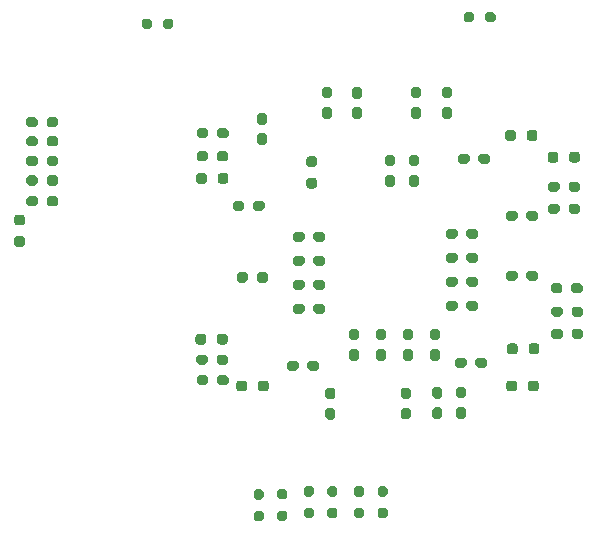
<source format=gbp>
%TF.GenerationSoftware,KiCad,Pcbnew,(5.1.8)-1*%
%TF.CreationDate,2021-04-21T20:08:09+02:00*%
%TF.ProjectId,Radioberry,52616469-6f62-4657-9272-792e6b696361,rev?*%
%TF.SameCoordinates,Original*%
%TF.FileFunction,Paste,Bot*%
%TF.FilePolarity,Positive*%
%FSLAX46Y46*%
G04 Gerber Fmt 4.6, Leading zero omitted, Abs format (unit mm)*
G04 Created by KiCad (PCBNEW (5.1.8)-1) date 2021-04-21 20:08:09*
%MOMM*%
%LPD*%
G01*
G04 APERTURE LIST*
G04 APERTURE END LIST*
%TO.C,FB403*%
G36*
G01*
X103285000Y-96982500D02*
X103735000Y-96982500D01*
G75*
G02*
X103960000Y-97207500I0J-225000D01*
G01*
X103960000Y-97657500D01*
G75*
G02*
X103735000Y-97882500I-225000J0D01*
G01*
X103285000Y-97882500D01*
G75*
G02*
X103060000Y-97657500I0J225000D01*
G01*
X103060000Y-97207500D01*
G75*
G02*
X103285000Y-96982500I225000J0D01*
G01*
G37*
G36*
G01*
X103285000Y-95157500D02*
X103735000Y-95157500D01*
G75*
G02*
X103960000Y-95382500I0J-225000D01*
G01*
X103960000Y-95832500D01*
G75*
G02*
X103735000Y-96057500I-225000J0D01*
G01*
X103285000Y-96057500D01*
G75*
G02*
X103060000Y-95832500I0J225000D01*
G01*
X103060000Y-95382500D01*
G75*
G02*
X103285000Y-95157500I225000J0D01*
G01*
G37*
%TD*%
%TO.C,FB208*%
G36*
G01*
X145537500Y-88225000D02*
X145537500Y-88675000D01*
G75*
G02*
X145312500Y-88900000I-225000J0D01*
G01*
X144862500Y-88900000D01*
G75*
G02*
X144637500Y-88675000I0J225000D01*
G01*
X144637500Y-88225000D01*
G75*
G02*
X144862500Y-88000000I225000J0D01*
G01*
X145312500Y-88000000D01*
G75*
G02*
X145537500Y-88225000I0J-225000D01*
G01*
G37*
G36*
G01*
X147362500Y-88225000D02*
X147362500Y-88675000D01*
G75*
G02*
X147137500Y-88900000I-225000J0D01*
G01*
X146687500Y-88900000D01*
G75*
G02*
X146462500Y-88675000I0J225000D01*
G01*
X146462500Y-88225000D01*
G75*
G02*
X146687500Y-88000000I225000J0D01*
G01*
X147137500Y-88000000D01*
G75*
G02*
X147362500Y-88225000I0J-225000D01*
G01*
G37*
%TD*%
%TO.C,FB207*%
G36*
G01*
X123703300Y-109875000D02*
X123703300Y-109425000D01*
G75*
G02*
X123928300Y-109200000I225000J0D01*
G01*
X124378300Y-109200000D01*
G75*
G02*
X124603300Y-109425000I0J-225000D01*
G01*
X124603300Y-109875000D01*
G75*
G02*
X124378300Y-110100000I-225000J0D01*
G01*
X123928300Y-110100000D01*
G75*
G02*
X123703300Y-109875000I0J225000D01*
G01*
G37*
G36*
G01*
X121878300Y-109875000D02*
X121878300Y-109425000D01*
G75*
G02*
X122103300Y-109200000I225000J0D01*
G01*
X122553300Y-109200000D01*
G75*
G02*
X122778300Y-109425000I0J-225000D01*
G01*
X122778300Y-109875000D01*
G75*
G02*
X122553300Y-110100000I-225000J0D01*
G01*
X122103300Y-110100000D01*
G75*
G02*
X121878300Y-109875000I0J225000D01*
G01*
G37*
%TD*%
%TO.C,FB206*%
G36*
G01*
X145637500Y-109425000D02*
X145637500Y-109875000D01*
G75*
G02*
X145412500Y-110100000I-225000J0D01*
G01*
X144962500Y-110100000D01*
G75*
G02*
X144737500Y-109875000I0J225000D01*
G01*
X144737500Y-109425000D01*
G75*
G02*
X144962500Y-109200000I225000J0D01*
G01*
X145412500Y-109200000D01*
G75*
G02*
X145637500Y-109425000I0J-225000D01*
G01*
G37*
G36*
G01*
X147462500Y-109425000D02*
X147462500Y-109875000D01*
G75*
G02*
X147237500Y-110100000I-225000J0D01*
G01*
X146787500Y-110100000D01*
G75*
G02*
X146562500Y-109875000I0J225000D01*
G01*
X146562500Y-109425000D01*
G75*
G02*
X146787500Y-109200000I225000J0D01*
G01*
X147237500Y-109200000D01*
G75*
G02*
X147462500Y-109425000I0J-225000D01*
G01*
G37*
%TD*%
%TO.C,FB205*%
G36*
G01*
X128015000Y-92042500D02*
X128465000Y-92042500D01*
G75*
G02*
X128690000Y-92267500I0J-225000D01*
G01*
X128690000Y-92717500D01*
G75*
G02*
X128465000Y-92942500I-225000J0D01*
G01*
X128015000Y-92942500D01*
G75*
G02*
X127790000Y-92717500I0J225000D01*
G01*
X127790000Y-92267500D01*
G75*
G02*
X128015000Y-92042500I225000J0D01*
G01*
G37*
G36*
G01*
X128015000Y-90217500D02*
X128465000Y-90217500D01*
G75*
G02*
X128690000Y-90442500I0J-225000D01*
G01*
X128690000Y-90892500D01*
G75*
G02*
X128465000Y-91117500I-225000J0D01*
G01*
X128015000Y-91117500D01*
G75*
G02*
X127790000Y-90892500I0J225000D01*
G01*
X127790000Y-90442500D01*
G75*
G02*
X128015000Y-90217500I225000J0D01*
G01*
G37*
%TD*%
%TO.C,FB204*%
G36*
G01*
X149117500Y-90065000D02*
X149117500Y-90515000D01*
G75*
G02*
X148892500Y-90740000I-225000J0D01*
G01*
X148442500Y-90740000D01*
G75*
G02*
X148217500Y-90515000I0J225000D01*
G01*
X148217500Y-90065000D01*
G75*
G02*
X148442500Y-89840000I225000J0D01*
G01*
X148892500Y-89840000D01*
G75*
G02*
X149117500Y-90065000I0J-225000D01*
G01*
G37*
G36*
G01*
X150942500Y-90065000D02*
X150942500Y-90515000D01*
G75*
G02*
X150717500Y-90740000I-225000J0D01*
G01*
X150267500Y-90740000D01*
G75*
G02*
X150042500Y-90515000I0J225000D01*
G01*
X150042500Y-90065000D01*
G75*
G02*
X150267500Y-89840000I225000J0D01*
G01*
X150717500Y-89840000D01*
G75*
G02*
X150942500Y-90065000I0J-225000D01*
G01*
G37*
%TD*%
%TO.C,FB203*%
G36*
G01*
X120232500Y-105925000D02*
X120232500Y-105475000D01*
G75*
G02*
X120457500Y-105250000I225000J0D01*
G01*
X120907500Y-105250000D01*
G75*
G02*
X121132500Y-105475000I0J-225000D01*
G01*
X121132500Y-105925000D01*
G75*
G02*
X120907500Y-106150000I-225000J0D01*
G01*
X120457500Y-106150000D01*
G75*
G02*
X120232500Y-105925000I0J225000D01*
G01*
G37*
G36*
G01*
X118407500Y-105925000D02*
X118407500Y-105475000D01*
G75*
G02*
X118632500Y-105250000I225000J0D01*
G01*
X119082500Y-105250000D01*
G75*
G02*
X119307500Y-105475000I0J-225000D01*
G01*
X119307500Y-105925000D01*
G75*
G02*
X119082500Y-106150000I-225000J0D01*
G01*
X118632500Y-106150000D01*
G75*
G02*
X118407500Y-105925000I0J225000D01*
G01*
G37*
%TD*%
%TO.C,FB202*%
G36*
G01*
X146612500Y-106735000D02*
X146612500Y-106285000D01*
G75*
G02*
X146837500Y-106060000I225000J0D01*
G01*
X147287500Y-106060000D01*
G75*
G02*
X147512500Y-106285000I0J-225000D01*
G01*
X147512500Y-106735000D01*
G75*
G02*
X147287500Y-106960000I-225000J0D01*
G01*
X146837500Y-106960000D01*
G75*
G02*
X146612500Y-106735000I0J225000D01*
G01*
G37*
G36*
G01*
X144787500Y-106735000D02*
X144787500Y-106285000D01*
G75*
G02*
X145012500Y-106060000I225000J0D01*
G01*
X145462500Y-106060000D01*
G75*
G02*
X145687500Y-106285000I0J-225000D01*
G01*
X145687500Y-106735000D01*
G75*
G02*
X145462500Y-106960000I-225000J0D01*
G01*
X145012500Y-106960000D01*
G75*
G02*
X144787500Y-106735000I0J225000D01*
G01*
G37*
%TD*%
%TO.C,FB201*%
G36*
G01*
X120292500Y-92315000D02*
X120292500Y-91865000D01*
G75*
G02*
X120517500Y-91640000I225000J0D01*
G01*
X120967500Y-91640000D01*
G75*
G02*
X121192500Y-91865000I0J-225000D01*
G01*
X121192500Y-92315000D01*
G75*
G02*
X120967500Y-92540000I-225000J0D01*
G01*
X120517500Y-92540000D01*
G75*
G02*
X120292500Y-92315000I0J225000D01*
G01*
G37*
G36*
G01*
X118467500Y-92315000D02*
X118467500Y-91865000D01*
G75*
G02*
X118692500Y-91640000I225000J0D01*
G01*
X119142500Y-91640000D01*
G75*
G02*
X119367500Y-91865000I0J-225000D01*
G01*
X119367500Y-92315000D01*
G75*
G02*
X119142500Y-92540000I-225000J0D01*
G01*
X118692500Y-92540000D01*
G75*
G02*
X118467500Y-92315000I0J225000D01*
G01*
G37*
%TD*%
%TO.C,C256*%
G36*
G01*
X136870050Y-84327950D02*
X137297550Y-84327950D01*
G75*
G02*
X137511300Y-84541700I0J-213750D01*
G01*
X137511300Y-85081700D01*
G75*
G02*
X137297550Y-85295450I-213750J0D01*
G01*
X136870050Y-85295450D01*
G75*
G02*
X136656300Y-85081700I0J213750D01*
G01*
X136656300Y-84541700D01*
G75*
G02*
X136870050Y-84327950I213750J0D01*
G01*
G37*
G36*
G01*
X136870050Y-86052950D02*
X137297550Y-86052950D01*
G75*
G02*
X137511300Y-86266700I0J-213750D01*
G01*
X137511300Y-86806700D01*
G75*
G02*
X137297550Y-87020450I-213750J0D01*
G01*
X136870050Y-87020450D01*
G75*
G02*
X136656300Y-86806700I0J213750D01*
G01*
X136656300Y-86266700D01*
G75*
G02*
X136870050Y-86052950I213750J0D01*
G01*
G37*
%TD*%
%TO.C,R308*%
G36*
G01*
X130213750Y-120851250D02*
X129786250Y-120851250D01*
G75*
G02*
X129572500Y-120637500I0J213750D01*
G01*
X129572500Y-120187500D01*
G75*
G02*
X129786250Y-119973750I213750J0D01*
G01*
X130213750Y-119973750D01*
G75*
G02*
X130427500Y-120187500I0J-213750D01*
G01*
X130427500Y-120637500D01*
G75*
G02*
X130213750Y-120851250I-213750J0D01*
G01*
G37*
G36*
G01*
X130213750Y-119026250D02*
X129786250Y-119026250D01*
G75*
G02*
X129572500Y-118812500I0J213750D01*
G01*
X129572500Y-118362500D01*
G75*
G02*
X129786250Y-118148750I213750J0D01*
G01*
X130213750Y-118148750D01*
G75*
G02*
X130427500Y-118362500I0J-213750D01*
G01*
X130427500Y-118812500D01*
G75*
G02*
X130213750Y-119026250I-213750J0D01*
G01*
G37*
%TD*%
%TO.C,R307*%
G36*
G01*
X128213750Y-120851250D02*
X127786250Y-120851250D01*
G75*
G02*
X127572500Y-120637500I0J213750D01*
G01*
X127572500Y-120187500D01*
G75*
G02*
X127786250Y-119973750I213750J0D01*
G01*
X128213750Y-119973750D01*
G75*
G02*
X128427500Y-120187500I0J-213750D01*
G01*
X128427500Y-120637500D01*
G75*
G02*
X128213750Y-120851250I-213750J0D01*
G01*
G37*
G36*
G01*
X128213750Y-119026250D02*
X127786250Y-119026250D01*
G75*
G02*
X127572500Y-118812500I0J213750D01*
G01*
X127572500Y-118362500D01*
G75*
G02*
X127786250Y-118148750I213750J0D01*
G01*
X128213750Y-118148750D01*
G75*
G02*
X128427500Y-118362500I0J-213750D01*
G01*
X128427500Y-118812500D01*
G75*
G02*
X128213750Y-119026250I-213750J0D01*
G01*
G37*
%TD*%
%TO.C,R306*%
G36*
G01*
X134463750Y-120851250D02*
X134036250Y-120851250D01*
G75*
G02*
X133822500Y-120637500I0J213750D01*
G01*
X133822500Y-120187500D01*
G75*
G02*
X134036250Y-119973750I213750J0D01*
G01*
X134463750Y-119973750D01*
G75*
G02*
X134677500Y-120187500I0J-213750D01*
G01*
X134677500Y-120637500D01*
G75*
G02*
X134463750Y-120851250I-213750J0D01*
G01*
G37*
G36*
G01*
X134463750Y-119026250D02*
X134036250Y-119026250D01*
G75*
G02*
X133822500Y-118812500I0J213750D01*
G01*
X133822500Y-118362500D01*
G75*
G02*
X134036250Y-118148750I213750J0D01*
G01*
X134463750Y-118148750D01*
G75*
G02*
X134677500Y-118362500I0J-213750D01*
G01*
X134677500Y-118812500D01*
G75*
G02*
X134463750Y-119026250I-213750J0D01*
G01*
G37*
%TD*%
%TO.C,R305*%
G36*
G01*
X132463750Y-120851250D02*
X132036250Y-120851250D01*
G75*
G02*
X131822500Y-120637500I0J213750D01*
G01*
X131822500Y-120187500D01*
G75*
G02*
X132036250Y-119973750I213750J0D01*
G01*
X132463750Y-119973750D01*
G75*
G02*
X132677500Y-120187500I0J-213750D01*
G01*
X132677500Y-120637500D01*
G75*
G02*
X132463750Y-120851250I-213750J0D01*
G01*
G37*
G36*
G01*
X132463750Y-119026250D02*
X132036250Y-119026250D01*
G75*
G02*
X131822500Y-118812500I0J213750D01*
G01*
X131822500Y-118362500D01*
G75*
G02*
X132036250Y-118148750I213750J0D01*
G01*
X132463750Y-118148750D01*
G75*
G02*
X132677500Y-118362500I0J-213750D01*
G01*
X132677500Y-118812500D01*
G75*
G02*
X132463750Y-119026250I-213750J0D01*
G01*
G37*
%TD*%
%TO.C,R304*%
G36*
G01*
X125969150Y-121083670D02*
X125541650Y-121083670D01*
G75*
G02*
X125327900Y-120869920I0J213750D01*
G01*
X125327900Y-120419920D01*
G75*
G02*
X125541650Y-120206170I213750J0D01*
G01*
X125969150Y-120206170D01*
G75*
G02*
X126182900Y-120419920I0J-213750D01*
G01*
X126182900Y-120869920D01*
G75*
G02*
X125969150Y-121083670I-213750J0D01*
G01*
G37*
G36*
G01*
X125969150Y-119258670D02*
X125541650Y-119258670D01*
G75*
G02*
X125327900Y-119044920I0J213750D01*
G01*
X125327900Y-118594920D01*
G75*
G02*
X125541650Y-118381170I213750J0D01*
G01*
X125969150Y-118381170D01*
G75*
G02*
X126182900Y-118594920I0J-213750D01*
G01*
X126182900Y-119044920D01*
G75*
G02*
X125969150Y-119258670I-213750J0D01*
G01*
G37*
%TD*%
%TO.C,R303*%
G36*
G01*
X123967630Y-121112250D02*
X123540130Y-121112250D01*
G75*
G02*
X123326380Y-120898500I0J213750D01*
G01*
X123326380Y-120448500D01*
G75*
G02*
X123540130Y-120234750I213750J0D01*
G01*
X123967630Y-120234750D01*
G75*
G02*
X124181380Y-120448500I0J-213750D01*
G01*
X124181380Y-120898500D01*
G75*
G02*
X123967630Y-121112250I-213750J0D01*
G01*
G37*
G36*
G01*
X123967630Y-119287250D02*
X123540130Y-119287250D01*
G75*
G02*
X123326380Y-119073500I0J213750D01*
G01*
X123326380Y-118623500D01*
G75*
G02*
X123540130Y-118409750I213750J0D01*
G01*
X123967630Y-118409750D01*
G75*
G02*
X124181380Y-118623500I0J-213750D01*
G01*
X124181380Y-119073500D01*
G75*
G02*
X123967630Y-119287250I-213750J0D01*
G01*
G37*
%TD*%
%TO.C,R302*%
G36*
G01*
X143811250Y-78226250D02*
X143811250Y-78653750D01*
G75*
G02*
X143597500Y-78867500I-213750J0D01*
G01*
X143147500Y-78867500D01*
G75*
G02*
X142933750Y-78653750I0J213750D01*
G01*
X142933750Y-78226250D01*
G75*
G02*
X143147500Y-78012500I213750J0D01*
G01*
X143597500Y-78012500D01*
G75*
G02*
X143811250Y-78226250I0J-213750D01*
G01*
G37*
G36*
G01*
X141986250Y-78226250D02*
X141986250Y-78653750D01*
G75*
G02*
X141772500Y-78867500I-213750J0D01*
G01*
X141322500Y-78867500D01*
G75*
G02*
X141108750Y-78653750I0J213750D01*
G01*
X141108750Y-78226250D01*
G75*
G02*
X141322500Y-78012500I213750J0D01*
G01*
X141772500Y-78012500D01*
G75*
G02*
X141986250Y-78226250I0J-213750D01*
G01*
G37*
%TD*%
%TO.C,R301*%
G36*
G01*
X116541250Y-78786250D02*
X116541250Y-79213750D01*
G75*
G02*
X116327500Y-79427500I-213750J0D01*
G01*
X115877500Y-79427500D01*
G75*
G02*
X115663750Y-79213750I0J213750D01*
G01*
X115663750Y-78786250D01*
G75*
G02*
X115877500Y-78572500I213750J0D01*
G01*
X116327500Y-78572500D01*
G75*
G02*
X116541250Y-78786250I0J-213750D01*
G01*
G37*
G36*
G01*
X114716250Y-78786250D02*
X114716250Y-79213750D01*
G75*
G02*
X114502500Y-79427500I-213750J0D01*
G01*
X114052500Y-79427500D01*
G75*
G02*
X113838750Y-79213750I0J213750D01*
G01*
X113838750Y-78786250D01*
G75*
G02*
X114052500Y-78572500I213750J0D01*
G01*
X114502500Y-78572500D01*
G75*
G02*
X114716250Y-78786250I0J-213750D01*
G01*
G37*
%TD*%
%TO.C,C434*%
G36*
G01*
X104083750Y-92473750D02*
X104083750Y-92046250D01*
G75*
G02*
X104297500Y-91832500I213750J0D01*
G01*
X104837500Y-91832500D01*
G75*
G02*
X105051250Y-92046250I0J-213750D01*
G01*
X105051250Y-92473750D01*
G75*
G02*
X104837500Y-92687500I-213750J0D01*
G01*
X104297500Y-92687500D01*
G75*
G02*
X104083750Y-92473750I0J213750D01*
G01*
G37*
G36*
G01*
X105808750Y-92473750D02*
X105808750Y-92046250D01*
G75*
G02*
X106022500Y-91832500I213750J0D01*
G01*
X106562500Y-91832500D01*
G75*
G02*
X106776250Y-92046250I0J-213750D01*
G01*
X106776250Y-92473750D01*
G75*
G02*
X106562500Y-92687500I-213750J0D01*
G01*
X106022500Y-92687500D01*
G75*
G02*
X105808750Y-92473750I0J213750D01*
G01*
G37*
%TD*%
%TO.C,C430*%
G36*
G01*
X104073750Y-87543750D02*
X104073750Y-87116250D01*
G75*
G02*
X104287500Y-86902500I213750J0D01*
G01*
X104827500Y-86902500D01*
G75*
G02*
X105041250Y-87116250I0J-213750D01*
G01*
X105041250Y-87543750D01*
G75*
G02*
X104827500Y-87757500I-213750J0D01*
G01*
X104287500Y-87757500D01*
G75*
G02*
X104073750Y-87543750I0J213750D01*
G01*
G37*
G36*
G01*
X105798750Y-87543750D02*
X105798750Y-87116250D01*
G75*
G02*
X106012500Y-86902500I213750J0D01*
G01*
X106552500Y-86902500D01*
G75*
G02*
X106766250Y-87116250I0J-213750D01*
G01*
X106766250Y-87543750D01*
G75*
G02*
X106552500Y-87757500I-213750J0D01*
G01*
X106012500Y-87757500D01*
G75*
G02*
X105798750Y-87543750I0J213750D01*
G01*
G37*
%TD*%
%TO.C,C426*%
G36*
G01*
X104093750Y-94233750D02*
X104093750Y-93806250D01*
G75*
G02*
X104307500Y-93592500I213750J0D01*
G01*
X104847500Y-93592500D01*
G75*
G02*
X105061250Y-93806250I0J-213750D01*
G01*
X105061250Y-94233750D01*
G75*
G02*
X104847500Y-94447500I-213750J0D01*
G01*
X104307500Y-94447500D01*
G75*
G02*
X104093750Y-94233750I0J213750D01*
G01*
G37*
G36*
G01*
X105818750Y-94233750D02*
X105818750Y-93806250D01*
G75*
G02*
X106032500Y-93592500I213750J0D01*
G01*
X106572500Y-93592500D01*
G75*
G02*
X106786250Y-93806250I0J-213750D01*
G01*
X106786250Y-94233750D01*
G75*
G02*
X106572500Y-94447500I-213750J0D01*
G01*
X106032500Y-94447500D01*
G75*
G02*
X105818750Y-94233750I0J213750D01*
G01*
G37*
%TD*%
%TO.C,C422*%
G36*
G01*
X104093750Y-90823750D02*
X104093750Y-90396250D01*
G75*
G02*
X104307500Y-90182500I213750J0D01*
G01*
X104847500Y-90182500D01*
G75*
G02*
X105061250Y-90396250I0J-213750D01*
G01*
X105061250Y-90823750D01*
G75*
G02*
X104847500Y-91037500I-213750J0D01*
G01*
X104307500Y-91037500D01*
G75*
G02*
X104093750Y-90823750I0J213750D01*
G01*
G37*
G36*
G01*
X105818750Y-90823750D02*
X105818750Y-90396250D01*
G75*
G02*
X106032500Y-90182500I213750J0D01*
G01*
X106572500Y-90182500D01*
G75*
G02*
X106786250Y-90396250I0J-213750D01*
G01*
X106786250Y-90823750D01*
G75*
G02*
X106572500Y-91037500I-213750J0D01*
G01*
X106032500Y-91037500D01*
G75*
G02*
X105818750Y-90823750I0J213750D01*
G01*
G37*
%TD*%
%TO.C,C418*%
G36*
G01*
X104083750Y-89163750D02*
X104083750Y-88736250D01*
G75*
G02*
X104297500Y-88522500I213750J0D01*
G01*
X104837500Y-88522500D01*
G75*
G02*
X105051250Y-88736250I0J-213750D01*
G01*
X105051250Y-89163750D01*
G75*
G02*
X104837500Y-89377500I-213750J0D01*
G01*
X104297500Y-89377500D01*
G75*
G02*
X104083750Y-89163750I0J213750D01*
G01*
G37*
G36*
G01*
X105808750Y-89163750D02*
X105808750Y-88736250D01*
G75*
G02*
X106022500Y-88522500I213750J0D01*
G01*
X106562500Y-88522500D01*
G75*
G02*
X106776250Y-88736250I0J-213750D01*
G01*
X106776250Y-89163750D01*
G75*
G02*
X106562500Y-89377500I-213750J0D01*
G01*
X106022500Y-89377500D01*
G75*
G02*
X105808750Y-89163750I0J213750D01*
G01*
G37*
%TD*%
%TO.C,C259*%
G36*
G01*
X140676250Y-109723750D02*
X141103750Y-109723750D01*
G75*
G02*
X141317500Y-109937500I0J-213750D01*
G01*
X141317500Y-110477500D01*
G75*
G02*
X141103750Y-110691250I-213750J0D01*
G01*
X140676250Y-110691250D01*
G75*
G02*
X140462500Y-110477500I0J213750D01*
G01*
X140462500Y-109937500D01*
G75*
G02*
X140676250Y-109723750I213750J0D01*
G01*
G37*
G36*
G01*
X140676250Y-111448750D02*
X141103750Y-111448750D01*
G75*
G02*
X141317500Y-111662500I0J-213750D01*
G01*
X141317500Y-112202500D01*
G75*
G02*
X141103750Y-112416250I-213750J0D01*
G01*
X140676250Y-112416250D01*
G75*
G02*
X140462500Y-112202500I0J213750D01*
G01*
X140462500Y-111662500D01*
G75*
G02*
X140676250Y-111448750I213750J0D01*
G01*
G37*
%TD*%
%TO.C,C258*%
G36*
G01*
X135996250Y-109793750D02*
X136423750Y-109793750D01*
G75*
G02*
X136637500Y-110007500I0J-213750D01*
G01*
X136637500Y-110547500D01*
G75*
G02*
X136423750Y-110761250I-213750J0D01*
G01*
X135996250Y-110761250D01*
G75*
G02*
X135782500Y-110547500I0J213750D01*
G01*
X135782500Y-110007500D01*
G75*
G02*
X135996250Y-109793750I213750J0D01*
G01*
G37*
G36*
G01*
X135996250Y-111518750D02*
X136423750Y-111518750D01*
G75*
G02*
X136637500Y-111732500I0J-213750D01*
G01*
X136637500Y-112272500D01*
G75*
G02*
X136423750Y-112486250I-213750J0D01*
G01*
X135996250Y-112486250D01*
G75*
G02*
X135782500Y-112272500I0J213750D01*
G01*
X135782500Y-111732500D01*
G75*
G02*
X135996250Y-111518750I213750J0D01*
G01*
G37*
%TD*%
%TO.C,C257*%
G36*
G01*
X129326250Y-84326850D02*
X129753750Y-84326850D01*
G75*
G02*
X129967500Y-84540600I0J-213750D01*
G01*
X129967500Y-85080600D01*
G75*
G02*
X129753750Y-85294350I-213750J0D01*
G01*
X129326250Y-85294350D01*
G75*
G02*
X129112500Y-85080600I0J213750D01*
G01*
X129112500Y-84540600D01*
G75*
G02*
X129326250Y-84326850I213750J0D01*
G01*
G37*
G36*
G01*
X129326250Y-86051850D02*
X129753750Y-86051850D01*
G75*
G02*
X129967500Y-86265600I0J-213750D01*
G01*
X129967500Y-86805600D01*
G75*
G02*
X129753750Y-87019350I-213750J0D01*
G01*
X129326250Y-87019350D01*
G75*
G02*
X129112500Y-86805600I0J213750D01*
G01*
X129112500Y-86265600D01*
G75*
G02*
X129326250Y-86051850I213750J0D01*
G01*
G37*
%TD*%
%TO.C,C255*%
G36*
G01*
X144703750Y-95463750D02*
X144703750Y-95036250D01*
G75*
G02*
X144917500Y-94822500I213750J0D01*
G01*
X145457500Y-94822500D01*
G75*
G02*
X145671250Y-95036250I0J-213750D01*
G01*
X145671250Y-95463750D01*
G75*
G02*
X145457500Y-95677500I-213750J0D01*
G01*
X144917500Y-95677500D01*
G75*
G02*
X144703750Y-95463750I0J213750D01*
G01*
G37*
G36*
G01*
X146428750Y-95463750D02*
X146428750Y-95036250D01*
G75*
G02*
X146642500Y-94822500I213750J0D01*
G01*
X147182500Y-94822500D01*
G75*
G02*
X147396250Y-95036250I0J-213750D01*
G01*
X147396250Y-95463750D01*
G75*
G02*
X147182500Y-95677500I-213750J0D01*
G01*
X146642500Y-95677500D01*
G75*
G02*
X146428750Y-95463750I0J213750D01*
G01*
G37*
%TD*%
%TO.C,C254*%
G36*
G01*
X144703750Y-100543750D02*
X144703750Y-100116250D01*
G75*
G02*
X144917500Y-99902500I213750J0D01*
G01*
X145457500Y-99902500D01*
G75*
G02*
X145671250Y-100116250I0J-213750D01*
G01*
X145671250Y-100543750D01*
G75*
G02*
X145457500Y-100757500I-213750J0D01*
G01*
X144917500Y-100757500D01*
G75*
G02*
X144703750Y-100543750I0J213750D01*
G01*
G37*
G36*
G01*
X146428750Y-100543750D02*
X146428750Y-100116250D01*
G75*
G02*
X146642500Y-99902500I213750J0D01*
G01*
X147182500Y-99902500D01*
G75*
G02*
X147396250Y-100116250I0J-213750D01*
G01*
X147396250Y-100543750D01*
G75*
G02*
X147182500Y-100757500I-213750J0D01*
G01*
X146642500Y-100757500D01*
G75*
G02*
X146428750Y-100543750I0J213750D01*
G01*
G37*
%TD*%
%TO.C,C253*%
G36*
G01*
X124576250Y-100256250D02*
X124576250Y-100683750D01*
G75*
G02*
X124362500Y-100897500I-213750J0D01*
G01*
X123822500Y-100897500D01*
G75*
G02*
X123608750Y-100683750I0J213750D01*
G01*
X123608750Y-100256250D01*
G75*
G02*
X123822500Y-100042500I213750J0D01*
G01*
X124362500Y-100042500D01*
G75*
G02*
X124576250Y-100256250I0J-213750D01*
G01*
G37*
G36*
G01*
X122851250Y-100256250D02*
X122851250Y-100683750D01*
G75*
G02*
X122637500Y-100897500I-213750J0D01*
G01*
X122097500Y-100897500D01*
G75*
G02*
X121883750Y-100683750I0J213750D01*
G01*
X121883750Y-100256250D01*
G75*
G02*
X122097500Y-100042500I213750J0D01*
G01*
X122637500Y-100042500D01*
G75*
G02*
X122851250Y-100256250I0J-213750D01*
G01*
G37*
%TD*%
%TO.C,C252*%
G36*
G01*
X124256250Y-94186250D02*
X124256250Y-94613750D01*
G75*
G02*
X124042500Y-94827500I-213750J0D01*
G01*
X123502500Y-94827500D01*
G75*
G02*
X123288750Y-94613750I0J213750D01*
G01*
X123288750Y-94186250D01*
G75*
G02*
X123502500Y-93972500I213750J0D01*
G01*
X124042500Y-93972500D01*
G75*
G02*
X124256250Y-94186250I0J-213750D01*
G01*
G37*
G36*
G01*
X122531250Y-94186250D02*
X122531250Y-94613750D01*
G75*
G02*
X122317500Y-94827500I-213750J0D01*
G01*
X121777500Y-94827500D01*
G75*
G02*
X121563750Y-94613750I0J213750D01*
G01*
X121563750Y-94186250D01*
G75*
G02*
X121777500Y-93972500I213750J0D01*
G01*
X122317500Y-93972500D01*
G75*
G02*
X122531250Y-94186250I0J-213750D01*
G01*
G37*
%TD*%
%TO.C,C251*%
G36*
G01*
X131866250Y-84353350D02*
X132293750Y-84353350D01*
G75*
G02*
X132507500Y-84567100I0J-213750D01*
G01*
X132507500Y-85107100D01*
G75*
G02*
X132293750Y-85320850I-213750J0D01*
G01*
X131866250Y-85320850D01*
G75*
G02*
X131652500Y-85107100I0J213750D01*
G01*
X131652500Y-84567100D01*
G75*
G02*
X131866250Y-84353350I213750J0D01*
G01*
G37*
G36*
G01*
X131866250Y-86078350D02*
X132293750Y-86078350D01*
G75*
G02*
X132507500Y-86292100I0J-213750D01*
G01*
X132507500Y-86832100D01*
G75*
G02*
X132293750Y-87045850I-213750J0D01*
G01*
X131866250Y-87045850D01*
G75*
G02*
X131652500Y-86832100I0J213750D01*
G01*
X131652500Y-86292100D01*
G75*
G02*
X131866250Y-86078350I213750J0D01*
G01*
G37*
%TD*%
%TO.C,C250*%
G36*
G01*
X139486250Y-84326850D02*
X139913750Y-84326850D01*
G75*
G02*
X140127500Y-84540600I0J-213750D01*
G01*
X140127500Y-85080600D01*
G75*
G02*
X139913750Y-85294350I-213750J0D01*
G01*
X139486250Y-85294350D01*
G75*
G02*
X139272500Y-85080600I0J213750D01*
G01*
X139272500Y-84540600D01*
G75*
G02*
X139486250Y-84326850I213750J0D01*
G01*
G37*
G36*
G01*
X139486250Y-86051850D02*
X139913750Y-86051850D01*
G75*
G02*
X140127500Y-86265600I0J-213750D01*
G01*
X140127500Y-86805600D01*
G75*
G02*
X139913750Y-87019350I-213750J0D01*
G01*
X139486250Y-87019350D01*
G75*
G02*
X139272500Y-86805600I0J213750D01*
G01*
X139272500Y-86265600D01*
G75*
G02*
X139486250Y-86051850I213750J0D01*
G01*
G37*
%TD*%
%TO.C,C249*%
G36*
G01*
X138666250Y-109753750D02*
X139093750Y-109753750D01*
G75*
G02*
X139307500Y-109967500I0J-213750D01*
G01*
X139307500Y-110507500D01*
G75*
G02*
X139093750Y-110721250I-213750J0D01*
G01*
X138666250Y-110721250D01*
G75*
G02*
X138452500Y-110507500I0J213750D01*
G01*
X138452500Y-109967500D01*
G75*
G02*
X138666250Y-109753750I213750J0D01*
G01*
G37*
G36*
G01*
X138666250Y-111478750D02*
X139093750Y-111478750D01*
G75*
G02*
X139307500Y-111692500I0J-213750D01*
G01*
X139307500Y-112232500D01*
G75*
G02*
X139093750Y-112446250I-213750J0D01*
G01*
X138666250Y-112446250D01*
G75*
G02*
X138452500Y-112232500I0J213750D01*
G01*
X138452500Y-111692500D01*
G75*
G02*
X138666250Y-111478750I213750J0D01*
G01*
G37*
%TD*%
%TO.C,C248*%
G36*
G01*
X129616250Y-109803750D02*
X130043750Y-109803750D01*
G75*
G02*
X130257500Y-110017500I0J-213750D01*
G01*
X130257500Y-110557500D01*
G75*
G02*
X130043750Y-110771250I-213750J0D01*
G01*
X129616250Y-110771250D01*
G75*
G02*
X129402500Y-110557500I0J213750D01*
G01*
X129402500Y-110017500D01*
G75*
G02*
X129616250Y-109803750I213750J0D01*
G01*
G37*
G36*
G01*
X129616250Y-111528750D02*
X130043750Y-111528750D01*
G75*
G02*
X130257500Y-111742500I0J-213750D01*
G01*
X130257500Y-112282500D01*
G75*
G02*
X130043750Y-112496250I-213750J0D01*
G01*
X129616250Y-112496250D01*
G75*
G02*
X129402500Y-112282500I0J213750D01*
G01*
X129402500Y-111742500D01*
G75*
G02*
X129616250Y-111528750I213750J0D01*
G01*
G37*
%TD*%
%TO.C,C247*%
G36*
G01*
X148263750Y-93003750D02*
X148263750Y-92576250D01*
G75*
G02*
X148477500Y-92362500I213750J0D01*
G01*
X149017500Y-92362500D01*
G75*
G02*
X149231250Y-92576250I0J-213750D01*
G01*
X149231250Y-93003750D01*
G75*
G02*
X149017500Y-93217500I-213750J0D01*
G01*
X148477500Y-93217500D01*
G75*
G02*
X148263750Y-93003750I0J213750D01*
G01*
G37*
G36*
G01*
X149988750Y-93003750D02*
X149988750Y-92576250D01*
G75*
G02*
X150202500Y-92362500I213750J0D01*
G01*
X150742500Y-92362500D01*
G75*
G02*
X150956250Y-92576250I0J-213750D01*
G01*
X150956250Y-93003750D01*
G75*
G02*
X150742500Y-93217500I-213750J0D01*
G01*
X150202500Y-93217500D01*
G75*
G02*
X149988750Y-93003750I0J213750D01*
G01*
G37*
%TD*%
%TO.C,C246*%
G36*
G01*
X123826250Y-86553750D02*
X124253750Y-86553750D01*
G75*
G02*
X124467500Y-86767500I0J-213750D01*
G01*
X124467500Y-87307500D01*
G75*
G02*
X124253750Y-87521250I-213750J0D01*
G01*
X123826250Y-87521250D01*
G75*
G02*
X123612500Y-87307500I0J213750D01*
G01*
X123612500Y-86767500D01*
G75*
G02*
X123826250Y-86553750I213750J0D01*
G01*
G37*
G36*
G01*
X123826250Y-88278750D02*
X124253750Y-88278750D01*
G75*
G02*
X124467500Y-88492500I0J-213750D01*
G01*
X124467500Y-89032500D01*
G75*
G02*
X124253750Y-89246250I-213750J0D01*
G01*
X123826250Y-89246250D01*
G75*
G02*
X123612500Y-89032500I0J213750D01*
G01*
X123612500Y-88492500D01*
G75*
G02*
X123826250Y-88278750I213750J0D01*
G01*
G37*
%TD*%
%TO.C,C245*%
G36*
G01*
X118513750Y-88463750D02*
X118513750Y-88036250D01*
G75*
G02*
X118727500Y-87822500I213750J0D01*
G01*
X119267500Y-87822500D01*
G75*
G02*
X119481250Y-88036250I0J-213750D01*
G01*
X119481250Y-88463750D01*
G75*
G02*
X119267500Y-88677500I-213750J0D01*
G01*
X118727500Y-88677500D01*
G75*
G02*
X118513750Y-88463750I0J213750D01*
G01*
G37*
G36*
G01*
X120238750Y-88463750D02*
X120238750Y-88036250D01*
G75*
G02*
X120452500Y-87822500I213750J0D01*
G01*
X120992500Y-87822500D01*
G75*
G02*
X121206250Y-88036250I0J-213750D01*
G01*
X121206250Y-88463750D01*
G75*
G02*
X120992500Y-88677500I-213750J0D01*
G01*
X120452500Y-88677500D01*
G75*
G02*
X120238750Y-88463750I0J213750D01*
G01*
G37*
%TD*%
%TO.C,C244*%
G36*
G01*
X121206250Y-108946250D02*
X121206250Y-109373750D01*
G75*
G02*
X120992500Y-109587500I-213750J0D01*
G01*
X120452500Y-109587500D01*
G75*
G02*
X120238750Y-109373750I0J213750D01*
G01*
X120238750Y-108946250D01*
G75*
G02*
X120452500Y-108732500I213750J0D01*
G01*
X120992500Y-108732500D01*
G75*
G02*
X121206250Y-108946250I0J-213750D01*
G01*
G37*
G36*
G01*
X119481250Y-108946250D02*
X119481250Y-109373750D01*
G75*
G02*
X119267500Y-109587500I-213750J0D01*
G01*
X118727500Y-109587500D01*
G75*
G02*
X118513750Y-109373750I0J213750D01*
G01*
X118513750Y-108946250D01*
G75*
G02*
X118727500Y-108732500I213750J0D01*
G01*
X119267500Y-108732500D01*
G75*
G02*
X119481250Y-108946250I0J-213750D01*
G01*
G37*
%TD*%
%TO.C,C243*%
G36*
G01*
X136611750Y-107518250D02*
X136184250Y-107518250D01*
G75*
G02*
X135970500Y-107304500I0J213750D01*
G01*
X135970500Y-106764500D01*
G75*
G02*
X136184250Y-106550750I213750J0D01*
G01*
X136611750Y-106550750D01*
G75*
G02*
X136825500Y-106764500I0J-213750D01*
G01*
X136825500Y-107304500D01*
G75*
G02*
X136611750Y-107518250I-213750J0D01*
G01*
G37*
G36*
G01*
X136611750Y-105793250D02*
X136184250Y-105793250D01*
G75*
G02*
X135970500Y-105579500I0J213750D01*
G01*
X135970500Y-105039500D01*
G75*
G02*
X136184250Y-104825750I213750J0D01*
G01*
X136611750Y-104825750D01*
G75*
G02*
X136825500Y-105039500I0J-213750D01*
G01*
X136825500Y-105579500D01*
G75*
G02*
X136611750Y-105793250I-213750J0D01*
G01*
G37*
%TD*%
%TO.C,C242*%
G36*
G01*
X136692250Y-90093750D02*
X137119750Y-90093750D01*
G75*
G02*
X137333500Y-90307500I0J-213750D01*
G01*
X137333500Y-90847500D01*
G75*
G02*
X137119750Y-91061250I-213750J0D01*
G01*
X136692250Y-91061250D01*
G75*
G02*
X136478500Y-90847500I0J213750D01*
G01*
X136478500Y-90307500D01*
G75*
G02*
X136692250Y-90093750I213750J0D01*
G01*
G37*
G36*
G01*
X136692250Y-91818750D02*
X137119750Y-91818750D01*
G75*
G02*
X137333500Y-92032500I0J-213750D01*
G01*
X137333500Y-92572500D01*
G75*
G02*
X137119750Y-92786250I-213750J0D01*
G01*
X136692250Y-92786250D01*
G75*
G02*
X136478500Y-92572500I0J213750D01*
G01*
X136478500Y-92032500D01*
G75*
G02*
X136692250Y-91818750I213750J0D01*
G01*
G37*
%TD*%
%TO.C,C241*%
G36*
G01*
X126669750Y-99273750D02*
X126669750Y-98846250D01*
G75*
G02*
X126883500Y-98632500I213750J0D01*
G01*
X127423500Y-98632500D01*
G75*
G02*
X127637250Y-98846250I0J-213750D01*
G01*
X127637250Y-99273750D01*
G75*
G02*
X127423500Y-99487500I-213750J0D01*
G01*
X126883500Y-99487500D01*
G75*
G02*
X126669750Y-99273750I0J213750D01*
G01*
G37*
G36*
G01*
X128394750Y-99273750D02*
X128394750Y-98846250D01*
G75*
G02*
X128608500Y-98632500I213750J0D01*
G01*
X129148500Y-98632500D01*
G75*
G02*
X129362250Y-98846250I0J-213750D01*
G01*
X129362250Y-99273750D01*
G75*
G02*
X129148500Y-99487500I-213750J0D01*
G01*
X128608500Y-99487500D01*
G75*
G02*
X128394750Y-99273750I0J213750D01*
G01*
G37*
%TD*%
%TO.C,C240*%
G36*
G01*
X140385750Y-107909750D02*
X140385750Y-107482250D01*
G75*
G02*
X140599500Y-107268500I213750J0D01*
G01*
X141139500Y-107268500D01*
G75*
G02*
X141353250Y-107482250I0J-213750D01*
G01*
X141353250Y-107909750D01*
G75*
G02*
X141139500Y-108123500I-213750J0D01*
G01*
X140599500Y-108123500D01*
G75*
G02*
X140385750Y-107909750I0J213750D01*
G01*
G37*
G36*
G01*
X142110750Y-107909750D02*
X142110750Y-107482250D01*
G75*
G02*
X142324500Y-107268500I213750J0D01*
G01*
X142864500Y-107268500D01*
G75*
G02*
X143078250Y-107482250I0J-213750D01*
G01*
X143078250Y-107909750D01*
G75*
G02*
X142864500Y-108123500I-213750J0D01*
G01*
X142324500Y-108123500D01*
G75*
G02*
X142110750Y-107909750I0J213750D01*
G01*
G37*
%TD*%
%TO.C,C239*%
G36*
G01*
X151216250Y-105036250D02*
X151216250Y-105463750D01*
G75*
G02*
X151002500Y-105677500I-213750J0D01*
G01*
X150462500Y-105677500D01*
G75*
G02*
X150248750Y-105463750I0J213750D01*
G01*
X150248750Y-105036250D01*
G75*
G02*
X150462500Y-104822500I213750J0D01*
G01*
X151002500Y-104822500D01*
G75*
G02*
X151216250Y-105036250I0J-213750D01*
G01*
G37*
G36*
G01*
X149491250Y-105036250D02*
X149491250Y-105463750D01*
G75*
G02*
X149277500Y-105677500I-213750J0D01*
G01*
X148737500Y-105677500D01*
G75*
G02*
X148523750Y-105463750I0J213750D01*
G01*
X148523750Y-105036250D01*
G75*
G02*
X148737500Y-104822500I213750J0D01*
G01*
X149277500Y-104822500D01*
G75*
G02*
X149491250Y-105036250I0J-213750D01*
G01*
G37*
%TD*%
%TO.C,C238*%
G36*
G01*
X148523750Y-103573750D02*
X148523750Y-103146250D01*
G75*
G02*
X148737500Y-102932500I213750J0D01*
G01*
X149277500Y-102932500D01*
G75*
G02*
X149491250Y-103146250I0J-213750D01*
G01*
X149491250Y-103573750D01*
G75*
G02*
X149277500Y-103787500I-213750J0D01*
G01*
X148737500Y-103787500D01*
G75*
G02*
X148523750Y-103573750I0J213750D01*
G01*
G37*
G36*
G01*
X150248750Y-103573750D02*
X150248750Y-103146250D01*
G75*
G02*
X150462500Y-102932500I213750J0D01*
G01*
X151002500Y-102932500D01*
G75*
G02*
X151216250Y-103146250I0J-213750D01*
G01*
X151216250Y-103573750D01*
G75*
G02*
X151002500Y-103787500I-213750J0D01*
G01*
X150462500Y-103787500D01*
G75*
G02*
X150248750Y-103573750I0J213750D01*
G01*
G37*
%TD*%
%TO.C,C237*%
G36*
G01*
X142316250Y-96560250D02*
X142316250Y-96987750D01*
G75*
G02*
X142102500Y-97201500I-213750J0D01*
G01*
X141562500Y-97201500D01*
G75*
G02*
X141348750Y-96987750I0J213750D01*
G01*
X141348750Y-96560250D01*
G75*
G02*
X141562500Y-96346500I213750J0D01*
G01*
X142102500Y-96346500D01*
G75*
G02*
X142316250Y-96560250I0J-213750D01*
G01*
G37*
G36*
G01*
X140591250Y-96560250D02*
X140591250Y-96987750D01*
G75*
G02*
X140377500Y-97201500I-213750J0D01*
G01*
X139837500Y-97201500D01*
G75*
G02*
X139623750Y-96987750I0J213750D01*
G01*
X139623750Y-96560250D01*
G75*
G02*
X139837500Y-96346500I213750J0D01*
G01*
X140377500Y-96346500D01*
G75*
G02*
X140591250Y-96560250I0J-213750D01*
G01*
G37*
%TD*%
%TO.C,C236*%
G36*
G01*
X138897750Y-107518250D02*
X138470250Y-107518250D01*
G75*
G02*
X138256500Y-107304500I0J213750D01*
G01*
X138256500Y-106764500D01*
G75*
G02*
X138470250Y-106550750I213750J0D01*
G01*
X138897750Y-106550750D01*
G75*
G02*
X139111500Y-106764500I0J-213750D01*
G01*
X139111500Y-107304500D01*
G75*
G02*
X138897750Y-107518250I-213750J0D01*
G01*
G37*
G36*
G01*
X138897750Y-105793250D02*
X138470250Y-105793250D01*
G75*
G02*
X138256500Y-105579500I0J213750D01*
G01*
X138256500Y-105039500D01*
G75*
G02*
X138470250Y-104825750I213750J0D01*
G01*
X138897750Y-104825750D01*
G75*
G02*
X139111500Y-105039500I0J-213750D01*
G01*
X139111500Y-105579500D01*
G75*
G02*
X138897750Y-105793250I-213750J0D01*
G01*
G37*
%TD*%
%TO.C,C235*%
G36*
G01*
X126669750Y-103337750D02*
X126669750Y-102910250D01*
G75*
G02*
X126883500Y-102696500I213750J0D01*
G01*
X127423500Y-102696500D01*
G75*
G02*
X127637250Y-102910250I0J-213750D01*
G01*
X127637250Y-103337750D01*
G75*
G02*
X127423500Y-103551500I-213750J0D01*
G01*
X126883500Y-103551500D01*
G75*
G02*
X126669750Y-103337750I0J213750D01*
G01*
G37*
G36*
G01*
X128394750Y-103337750D02*
X128394750Y-102910250D01*
G75*
G02*
X128608500Y-102696500I213750J0D01*
G01*
X129148500Y-102696500D01*
G75*
G02*
X129362250Y-102910250I0J-213750D01*
G01*
X129362250Y-103337750D01*
G75*
G02*
X129148500Y-103551500I-213750J0D01*
G01*
X128608500Y-103551500D01*
G75*
G02*
X128394750Y-103337750I0J213750D01*
G01*
G37*
%TD*%
%TO.C,C234*%
G36*
G01*
X128854250Y-107736250D02*
X128854250Y-108163750D01*
G75*
G02*
X128640500Y-108377500I-213750J0D01*
G01*
X128100500Y-108377500D01*
G75*
G02*
X127886750Y-108163750I0J213750D01*
G01*
X127886750Y-107736250D01*
G75*
G02*
X128100500Y-107522500I213750J0D01*
G01*
X128640500Y-107522500D01*
G75*
G02*
X128854250Y-107736250I0J-213750D01*
G01*
G37*
G36*
G01*
X127129250Y-107736250D02*
X127129250Y-108163750D01*
G75*
G02*
X126915500Y-108377500I-213750J0D01*
G01*
X126375500Y-108377500D01*
G75*
G02*
X126161750Y-108163750I0J213750D01*
G01*
X126161750Y-107736250D01*
G75*
G02*
X126375500Y-107522500I213750J0D01*
G01*
X126915500Y-107522500D01*
G75*
G02*
X127129250Y-107736250I0J-213750D01*
G01*
G37*
%TD*%
%TO.C,C233*%
G36*
G01*
X118473750Y-107643750D02*
X118473750Y-107216250D01*
G75*
G02*
X118687500Y-107002500I213750J0D01*
G01*
X119227500Y-107002500D01*
G75*
G02*
X119441250Y-107216250I0J-213750D01*
G01*
X119441250Y-107643750D01*
G75*
G02*
X119227500Y-107857500I-213750J0D01*
G01*
X118687500Y-107857500D01*
G75*
G02*
X118473750Y-107643750I0J213750D01*
G01*
G37*
G36*
G01*
X120198750Y-107643750D02*
X120198750Y-107216250D01*
G75*
G02*
X120412500Y-107002500I213750J0D01*
G01*
X120952500Y-107002500D01*
G75*
G02*
X121166250Y-107216250I0J-213750D01*
G01*
X121166250Y-107643750D01*
G75*
G02*
X120952500Y-107857500I-213750J0D01*
G01*
X120412500Y-107857500D01*
G75*
G02*
X120198750Y-107643750I0J213750D01*
G01*
G37*
%TD*%
%TO.C,C232*%
G36*
G01*
X121186250Y-90006250D02*
X121186250Y-90433750D01*
G75*
G02*
X120972500Y-90647500I-213750J0D01*
G01*
X120432500Y-90647500D01*
G75*
G02*
X120218750Y-90433750I0J213750D01*
G01*
X120218750Y-90006250D01*
G75*
G02*
X120432500Y-89792500I213750J0D01*
G01*
X120972500Y-89792500D01*
G75*
G02*
X121186250Y-90006250I0J-213750D01*
G01*
G37*
G36*
G01*
X119461250Y-90006250D02*
X119461250Y-90433750D01*
G75*
G02*
X119247500Y-90647500I-213750J0D01*
G01*
X118707500Y-90647500D01*
G75*
G02*
X118493750Y-90433750I0J213750D01*
G01*
X118493750Y-90006250D01*
G75*
G02*
X118707500Y-89792500I213750J0D01*
G01*
X119247500Y-89792500D01*
G75*
G02*
X119461250Y-90006250I0J-213750D01*
G01*
G37*
%TD*%
%TO.C,C231*%
G36*
G01*
X142316250Y-100624250D02*
X142316250Y-101051750D01*
G75*
G02*
X142102500Y-101265500I-213750J0D01*
G01*
X141562500Y-101265500D01*
G75*
G02*
X141348750Y-101051750I0J213750D01*
G01*
X141348750Y-100624250D01*
G75*
G02*
X141562500Y-100410500I213750J0D01*
G01*
X142102500Y-100410500D01*
G75*
G02*
X142316250Y-100624250I0J-213750D01*
G01*
G37*
G36*
G01*
X140591250Y-100624250D02*
X140591250Y-101051750D01*
G75*
G02*
X140377500Y-101265500I-213750J0D01*
G01*
X139837500Y-101265500D01*
G75*
G02*
X139623750Y-101051750I0J213750D01*
G01*
X139623750Y-100624250D01*
G75*
G02*
X139837500Y-100410500I213750J0D01*
G01*
X140377500Y-100410500D01*
G75*
G02*
X140591250Y-100624250I0J-213750D01*
G01*
G37*
%TD*%
%TO.C,C230*%
G36*
G01*
X148493750Y-101593750D02*
X148493750Y-101166250D01*
G75*
G02*
X148707500Y-100952500I213750J0D01*
G01*
X149247500Y-100952500D01*
G75*
G02*
X149461250Y-101166250I0J-213750D01*
G01*
X149461250Y-101593750D01*
G75*
G02*
X149247500Y-101807500I-213750J0D01*
G01*
X148707500Y-101807500D01*
G75*
G02*
X148493750Y-101593750I0J213750D01*
G01*
G37*
G36*
G01*
X150218750Y-101593750D02*
X150218750Y-101166250D01*
G75*
G02*
X150432500Y-100952500I213750J0D01*
G01*
X150972500Y-100952500D01*
G75*
G02*
X151186250Y-101166250I0J-213750D01*
G01*
X151186250Y-101593750D01*
G75*
G02*
X150972500Y-101807500I-213750J0D01*
G01*
X150432500Y-101807500D01*
G75*
G02*
X150218750Y-101593750I0J213750D01*
G01*
G37*
%TD*%
%TO.C,C229*%
G36*
G01*
X142316250Y-98592250D02*
X142316250Y-99019750D01*
G75*
G02*
X142102500Y-99233500I-213750J0D01*
G01*
X141562500Y-99233500D01*
G75*
G02*
X141348750Y-99019750I0J213750D01*
G01*
X141348750Y-98592250D01*
G75*
G02*
X141562500Y-98378500I213750J0D01*
G01*
X142102500Y-98378500D01*
G75*
G02*
X142316250Y-98592250I0J-213750D01*
G01*
G37*
G36*
G01*
X140591250Y-98592250D02*
X140591250Y-99019750D01*
G75*
G02*
X140377500Y-99233500I-213750J0D01*
G01*
X139837500Y-99233500D01*
G75*
G02*
X139623750Y-99019750I0J213750D01*
G01*
X139623750Y-98592250D01*
G75*
G02*
X139837500Y-98378500I213750J0D01*
G01*
X140377500Y-98378500D01*
G75*
G02*
X140591250Y-98592250I0J-213750D01*
G01*
G37*
%TD*%
%TO.C,C228*%
G36*
G01*
X150956250Y-94446250D02*
X150956250Y-94873750D01*
G75*
G02*
X150742500Y-95087500I-213750J0D01*
G01*
X150202500Y-95087500D01*
G75*
G02*
X149988750Y-94873750I0J213750D01*
G01*
X149988750Y-94446250D01*
G75*
G02*
X150202500Y-94232500I213750J0D01*
G01*
X150742500Y-94232500D01*
G75*
G02*
X150956250Y-94446250I0J-213750D01*
G01*
G37*
G36*
G01*
X149231250Y-94446250D02*
X149231250Y-94873750D01*
G75*
G02*
X149017500Y-95087500I-213750J0D01*
G01*
X148477500Y-95087500D01*
G75*
G02*
X148263750Y-94873750I0J213750D01*
G01*
X148263750Y-94446250D01*
G75*
G02*
X148477500Y-94232500I213750J0D01*
G01*
X149017500Y-94232500D01*
G75*
G02*
X149231250Y-94446250I0J-213750D01*
G01*
G37*
%TD*%
%TO.C,C227*%
G36*
G01*
X140639750Y-90637750D02*
X140639750Y-90210250D01*
G75*
G02*
X140853500Y-89996500I213750J0D01*
G01*
X141393500Y-89996500D01*
G75*
G02*
X141607250Y-90210250I0J-213750D01*
G01*
X141607250Y-90637750D01*
G75*
G02*
X141393500Y-90851500I-213750J0D01*
G01*
X140853500Y-90851500D01*
G75*
G02*
X140639750Y-90637750I0J213750D01*
G01*
G37*
G36*
G01*
X142364750Y-90637750D02*
X142364750Y-90210250D01*
G75*
G02*
X142578500Y-89996500I213750J0D01*
G01*
X143118500Y-89996500D01*
G75*
G02*
X143332250Y-90210250I0J-213750D01*
G01*
X143332250Y-90637750D01*
G75*
G02*
X143118500Y-90851500I-213750J0D01*
G01*
X142578500Y-90851500D01*
G75*
G02*
X142364750Y-90637750I0J213750D01*
G01*
G37*
%TD*%
%TO.C,C226*%
G36*
G01*
X142316250Y-102656250D02*
X142316250Y-103083750D01*
G75*
G02*
X142102500Y-103297500I-213750J0D01*
G01*
X141562500Y-103297500D01*
G75*
G02*
X141348750Y-103083750I0J213750D01*
G01*
X141348750Y-102656250D01*
G75*
G02*
X141562500Y-102442500I213750J0D01*
G01*
X142102500Y-102442500D01*
G75*
G02*
X142316250Y-102656250I0J-213750D01*
G01*
G37*
G36*
G01*
X140591250Y-102656250D02*
X140591250Y-103083750D01*
G75*
G02*
X140377500Y-103297500I-213750J0D01*
G01*
X139837500Y-103297500D01*
G75*
G02*
X139623750Y-103083750I0J213750D01*
G01*
X139623750Y-102656250D01*
G75*
G02*
X139837500Y-102442500I213750J0D01*
G01*
X140377500Y-102442500D01*
G75*
G02*
X140591250Y-102656250I0J-213750D01*
G01*
G37*
%TD*%
%TO.C,C225*%
G36*
G01*
X132039750Y-107518250D02*
X131612250Y-107518250D01*
G75*
G02*
X131398500Y-107304500I0J213750D01*
G01*
X131398500Y-106764500D01*
G75*
G02*
X131612250Y-106550750I213750J0D01*
G01*
X132039750Y-106550750D01*
G75*
G02*
X132253500Y-106764500I0J-213750D01*
G01*
X132253500Y-107304500D01*
G75*
G02*
X132039750Y-107518250I-213750J0D01*
G01*
G37*
G36*
G01*
X132039750Y-105793250D02*
X131612250Y-105793250D01*
G75*
G02*
X131398500Y-105579500I0J213750D01*
G01*
X131398500Y-105039500D01*
G75*
G02*
X131612250Y-104825750I213750J0D01*
G01*
X132039750Y-104825750D01*
G75*
G02*
X132253500Y-105039500I0J-213750D01*
G01*
X132253500Y-105579500D01*
G75*
G02*
X132039750Y-105793250I-213750J0D01*
G01*
G37*
%TD*%
%TO.C,C224*%
G36*
G01*
X126669750Y-97241750D02*
X126669750Y-96814250D01*
G75*
G02*
X126883500Y-96600500I213750J0D01*
G01*
X127423500Y-96600500D01*
G75*
G02*
X127637250Y-96814250I0J-213750D01*
G01*
X127637250Y-97241750D01*
G75*
G02*
X127423500Y-97455500I-213750J0D01*
G01*
X126883500Y-97455500D01*
G75*
G02*
X126669750Y-97241750I0J213750D01*
G01*
G37*
G36*
G01*
X128394750Y-97241750D02*
X128394750Y-96814250D01*
G75*
G02*
X128608500Y-96600500I213750J0D01*
G01*
X129148500Y-96600500D01*
G75*
G02*
X129362250Y-96814250I0J-213750D01*
G01*
X129362250Y-97241750D01*
G75*
G02*
X129148500Y-97455500I-213750J0D01*
G01*
X128608500Y-97455500D01*
G75*
G02*
X128394750Y-97241750I0J213750D01*
G01*
G37*
%TD*%
%TO.C,C223*%
G36*
G01*
X134325750Y-107518250D02*
X133898250Y-107518250D01*
G75*
G02*
X133684500Y-107304500I0J213750D01*
G01*
X133684500Y-106764500D01*
G75*
G02*
X133898250Y-106550750I213750J0D01*
G01*
X134325750Y-106550750D01*
G75*
G02*
X134539500Y-106764500I0J-213750D01*
G01*
X134539500Y-107304500D01*
G75*
G02*
X134325750Y-107518250I-213750J0D01*
G01*
G37*
G36*
G01*
X134325750Y-105793250D02*
X133898250Y-105793250D01*
G75*
G02*
X133684500Y-105579500I0J213750D01*
G01*
X133684500Y-105039500D01*
G75*
G02*
X133898250Y-104825750I213750J0D01*
G01*
X134325750Y-104825750D01*
G75*
G02*
X134539500Y-105039500I0J-213750D01*
G01*
X134539500Y-105579500D01*
G75*
G02*
X134325750Y-105793250I-213750J0D01*
G01*
G37*
%TD*%
%TO.C,C222*%
G36*
G01*
X134660250Y-90093750D02*
X135087750Y-90093750D01*
G75*
G02*
X135301500Y-90307500I0J-213750D01*
G01*
X135301500Y-90847500D01*
G75*
G02*
X135087750Y-91061250I-213750J0D01*
G01*
X134660250Y-91061250D01*
G75*
G02*
X134446500Y-90847500I0J213750D01*
G01*
X134446500Y-90307500D01*
G75*
G02*
X134660250Y-90093750I213750J0D01*
G01*
G37*
G36*
G01*
X134660250Y-91818750D02*
X135087750Y-91818750D01*
G75*
G02*
X135301500Y-92032500I0J-213750D01*
G01*
X135301500Y-92572500D01*
G75*
G02*
X135087750Y-92786250I-213750J0D01*
G01*
X134660250Y-92786250D01*
G75*
G02*
X134446500Y-92572500I0J213750D01*
G01*
X134446500Y-92032500D01*
G75*
G02*
X134660250Y-91818750I213750J0D01*
G01*
G37*
%TD*%
%TO.C,C221*%
G36*
G01*
X126669750Y-101305750D02*
X126669750Y-100878250D01*
G75*
G02*
X126883500Y-100664500I213750J0D01*
G01*
X127423500Y-100664500D01*
G75*
G02*
X127637250Y-100878250I0J-213750D01*
G01*
X127637250Y-101305750D01*
G75*
G02*
X127423500Y-101519500I-213750J0D01*
G01*
X126883500Y-101519500D01*
G75*
G02*
X126669750Y-101305750I0J213750D01*
G01*
G37*
G36*
G01*
X128394750Y-101305750D02*
X128394750Y-100878250D01*
G75*
G02*
X128608500Y-100664500I213750J0D01*
G01*
X129148500Y-100664500D01*
G75*
G02*
X129362250Y-100878250I0J-213750D01*
G01*
X129362250Y-101305750D01*
G75*
G02*
X129148500Y-101519500I-213750J0D01*
G01*
X128608500Y-101519500D01*
G75*
G02*
X128394750Y-101305750I0J213750D01*
G01*
G37*
%TD*%
M02*

</source>
